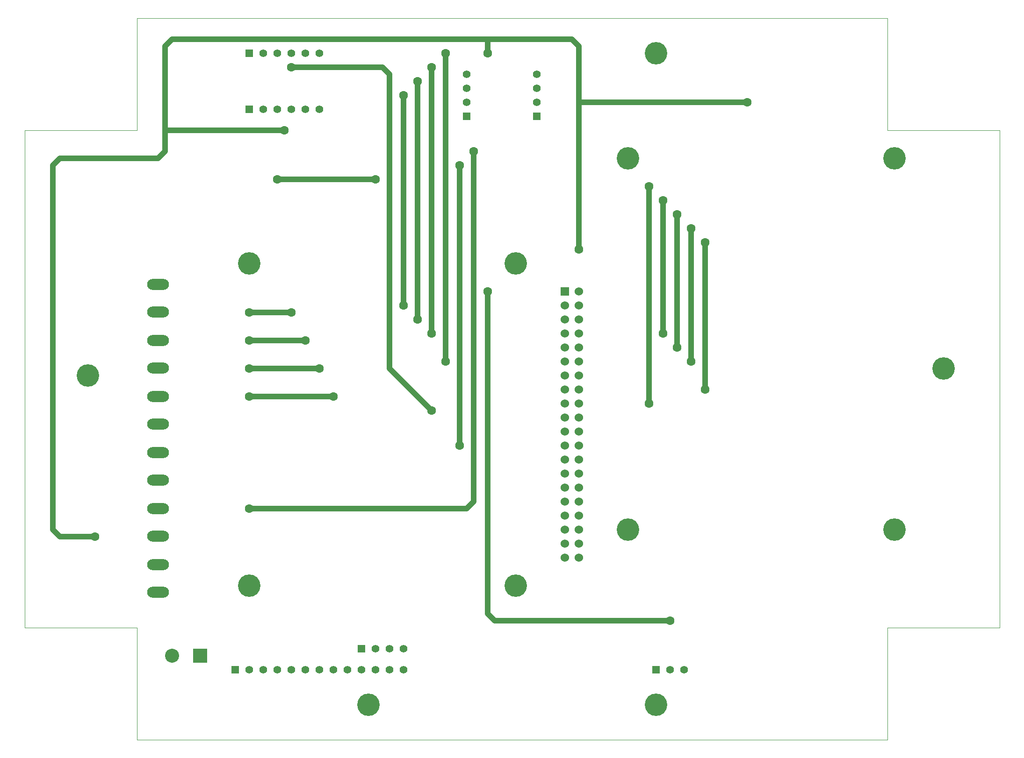
<source format=gbr>
G04 #@! TF.FileFunction,Copper,L1,Top*
%FSLAX46Y46*%
G04 Gerber Fmt 4.6, Leading zero omitted, Abs format (unit mm)*
G04 Created by KiCad (PCBNEW 4.0.5+dfsg1-4+deb9u1) date Tue Sep 27 18:47:41 2022*
%MOMM*%
%LPD*%
G01*
G04 APERTURE LIST*
%ADD10C,0.100000*%
%ADD11R,1.524000X1.524000*%
%ADD12C,1.524000*%
%ADD13O,3.962400X1.981200*%
%ADD14R,1.397000X1.397000*%
%ADD15C,1.397000*%
%ADD16C,4.064000*%
%ADD17R,2.540000X2.540000*%
%ADD18C,2.540000*%
%ADD19C,1.600000*%
%ADD20C,1.000000*%
G04 APERTURE END LIST*
D10*
X213360000Y-163830000D02*
X77470000Y-163830000D01*
X213360000Y-143510000D02*
X213360000Y-163830000D01*
X233680000Y-143510000D02*
X213360000Y-143510000D01*
X233680000Y-53340000D02*
X233680000Y-143510000D01*
X213360000Y-53340000D02*
X233680000Y-53340000D01*
X213360000Y-33020000D02*
X213360000Y-53340000D01*
X77470000Y-33020000D02*
X213360000Y-33020000D01*
X77470000Y-53340000D02*
X77470000Y-33020000D01*
X57150000Y-53340000D02*
X77470000Y-53340000D01*
X57150000Y-143510000D02*
X57150000Y-53340000D01*
X77470000Y-143510000D02*
X57150000Y-143510000D01*
X77470000Y-163830000D02*
X77470000Y-143510000D01*
X139700000Y-163830000D02*
X207010000Y-163830000D01*
X139700000Y-163830000D02*
X78740000Y-163830000D01*
D11*
X154940000Y-82550000D03*
D12*
X157480000Y-82550000D03*
X154940000Y-95250000D03*
X157480000Y-85090000D03*
X154940000Y-97790000D03*
X157480000Y-87630000D03*
X154940000Y-100330000D03*
X157480000Y-90170000D03*
X154940000Y-102870000D03*
X157480000Y-92710000D03*
X154940000Y-105410000D03*
X157480000Y-95250000D03*
X154940000Y-107950000D03*
X157480000Y-97790000D03*
X154940000Y-110490000D03*
X157480000Y-100330000D03*
X154940000Y-113030000D03*
X157480000Y-102870000D03*
X154940000Y-115570000D03*
X157480000Y-105410000D03*
X154940000Y-118110000D03*
X157480000Y-107950000D03*
X154940000Y-120650000D03*
X157480000Y-110490000D03*
X157480000Y-113030000D03*
X154940000Y-123190000D03*
X157480000Y-115570000D03*
X157480000Y-120650000D03*
X157480000Y-123190000D03*
X157480000Y-125730000D03*
X157480000Y-128270000D03*
X154940000Y-125730000D03*
X154940000Y-128270000D03*
X154940000Y-85090000D03*
X154940000Y-87630000D03*
X154940000Y-90170000D03*
X154940000Y-92710000D03*
X154940000Y-130810000D03*
X157480000Y-130810000D03*
X157480000Y-118110000D03*
D13*
X81280000Y-132105400D03*
X81280000Y-137109200D03*
X81280000Y-121945400D03*
X81280000Y-126949200D03*
X81280000Y-111785400D03*
X81280000Y-116789200D03*
X81280000Y-101625400D03*
X81280000Y-106629200D03*
D14*
X95250000Y-151130000D03*
D15*
X97790000Y-151130000D03*
X100330000Y-151130000D03*
X102870000Y-151130000D03*
X105410000Y-151130000D03*
X107950000Y-151130000D03*
X110490000Y-151130000D03*
X113030000Y-151130000D03*
X115570000Y-151130000D03*
X118110000Y-151130000D03*
X120650000Y-151130000D03*
X123190000Y-151130000D03*
X125730000Y-151130000D03*
D16*
X97790000Y-135890000D03*
X146050000Y-135890000D03*
X97790000Y-77470000D03*
X146050000Y-77470000D03*
X166370000Y-58420000D03*
X214630000Y-58420000D03*
X166370000Y-125730000D03*
X214630000Y-125730000D03*
D13*
X81280000Y-81305400D03*
X81280000Y-86309200D03*
X81280000Y-91465400D03*
X81280000Y-96469200D03*
D14*
X137160000Y-50800000D03*
D15*
X137160000Y-48260000D03*
X137160000Y-45720000D03*
X137160000Y-43180000D03*
D14*
X149860000Y-50800000D03*
D15*
X149860000Y-48260000D03*
X149860000Y-45720000D03*
X149860000Y-43180000D03*
D14*
X97790000Y-39370000D03*
D15*
X100330000Y-39370000D03*
X102870000Y-39370000D03*
X105410000Y-39370000D03*
X107950000Y-39370000D03*
X110490000Y-39370000D03*
D14*
X97790000Y-49530000D03*
D15*
X100330000Y-49530000D03*
X102870000Y-49530000D03*
X105410000Y-49530000D03*
X107950000Y-49530000D03*
X110490000Y-49530000D03*
D16*
X68580000Y-97790000D03*
X171450000Y-39370000D03*
X223520000Y-96520000D03*
X119380000Y-157480000D03*
X171450000Y-157480000D03*
D17*
X88900000Y-148590000D03*
D18*
X83820000Y-148590000D03*
D14*
X118110000Y-147320000D03*
D15*
X120650000Y-147320000D03*
X123190000Y-147320000D03*
X125730000Y-147320000D03*
D14*
X171450000Y-151130000D03*
D15*
X173990000Y-151130000D03*
X176530000Y-151130000D03*
D19*
X140970000Y-39370000D03*
X187960000Y-48260000D03*
X173990000Y-142240000D03*
X140970000Y-82550000D03*
X130810000Y-104140000D03*
X105410000Y-41910000D03*
X104140000Y-53340000D03*
X69850000Y-127000000D03*
X157480000Y-74930000D03*
X135890000Y-59690000D03*
X135890000Y-110490000D03*
X138430000Y-57150000D03*
X97790000Y-121920000D03*
X133350000Y-95250000D03*
X133350000Y-39370000D03*
X130810000Y-41910000D03*
X130810000Y-90170000D03*
X128270000Y-87630000D03*
X128270000Y-44450000D03*
X125730000Y-46990000D03*
X125730000Y-85090000D03*
X113030000Y-101600000D03*
X97790000Y-101600000D03*
X110490000Y-96520000D03*
X97790000Y-96520000D03*
X107950000Y-91440000D03*
X97790000Y-91440000D03*
X105410000Y-86360000D03*
X97790000Y-86360000D03*
X180340000Y-100330000D03*
X180340000Y-73660000D03*
X177800000Y-71120000D03*
X177800000Y-95250000D03*
X175260000Y-92710000D03*
X175260000Y-68580000D03*
X172720000Y-66040000D03*
X172720000Y-90170000D03*
X170180000Y-63500000D03*
X120650000Y-62230000D03*
X102870000Y-62230000D03*
X170180000Y-102870000D03*
D20*
X140970000Y-39370000D02*
X140970000Y-36830000D01*
X187960000Y-48260000D02*
X157480000Y-48260000D01*
X142240000Y-142240000D02*
X173990000Y-142240000D01*
X140970000Y-140970000D02*
X142240000Y-142240000D01*
X140970000Y-82550000D02*
X140970000Y-140970000D01*
X130810000Y-104140000D02*
X123190000Y-96520000D01*
X123190000Y-96520000D02*
X123190000Y-49530000D01*
X123190000Y-43180000D02*
X123190000Y-49530000D01*
X121920000Y-41910000D02*
X123190000Y-43180000D01*
X105410000Y-41910000D02*
X121920000Y-41910000D01*
X104140000Y-53340000D02*
X82550000Y-53340000D01*
X63500000Y-127000000D02*
X69850000Y-127000000D01*
X62230000Y-125730000D02*
X63500000Y-127000000D01*
X62230000Y-59690000D02*
X62230000Y-125730000D01*
X63500000Y-58420000D02*
X62230000Y-59690000D01*
X81280000Y-58420000D02*
X63500000Y-58420000D01*
X82550000Y-57150000D02*
X81280000Y-58420000D01*
X82550000Y-38100000D02*
X82550000Y-53340000D01*
X82550000Y-53340000D02*
X82550000Y-57150000D01*
X83820000Y-36830000D02*
X82550000Y-38100000D01*
X156210000Y-36830000D02*
X140970000Y-36830000D01*
X140970000Y-36830000D02*
X83820000Y-36830000D01*
X157480000Y-38100000D02*
X156210000Y-36830000D01*
X157480000Y-74930000D02*
X157480000Y-48260000D01*
X157480000Y-48260000D02*
X157480000Y-38100000D01*
X135890000Y-59690000D02*
X135890000Y-78740000D01*
X135890000Y-78740000D02*
X135890000Y-102870000D01*
X135890000Y-102870000D02*
X135890000Y-110490000D01*
X137160000Y-121920000D02*
X138430000Y-120650000D01*
X138430000Y-120650000D02*
X138430000Y-57150000D01*
X97790000Y-121920000D02*
X137160000Y-121920000D01*
X133350000Y-74930000D02*
X133350000Y-95250000D01*
X133350000Y-54610000D02*
X133350000Y-74930000D01*
X133350000Y-39370000D02*
X133350000Y-54610000D01*
X130810000Y-58420000D02*
X130810000Y-41910000D01*
X130810000Y-78740000D02*
X130810000Y-58420000D01*
X130810000Y-90170000D02*
X130810000Y-78740000D01*
X128270000Y-74930000D02*
X128270000Y-87630000D01*
X128270000Y-44450000D02*
X128270000Y-74930000D01*
X125730000Y-59690000D02*
X125730000Y-46990000D01*
X125730000Y-85090000D02*
X125730000Y-59690000D01*
X97790000Y-101600000D02*
X113030000Y-101600000D01*
X97790000Y-96520000D02*
X110490000Y-96520000D01*
X97790000Y-91440000D02*
X107950000Y-91440000D01*
X97790000Y-86360000D02*
X105410000Y-86360000D01*
X180340000Y-96520000D02*
X180340000Y-100330000D01*
X180340000Y-73660000D02*
X180340000Y-96520000D01*
X177800000Y-78740000D02*
X177800000Y-71120000D01*
X177800000Y-95250000D02*
X177800000Y-78740000D01*
X175260000Y-68580000D02*
X175260000Y-92710000D01*
X172720000Y-78740000D02*
X172720000Y-66040000D01*
X172720000Y-90170000D02*
X172720000Y-78740000D01*
X102870000Y-62230000D02*
X120650000Y-62230000D01*
X170180000Y-63500000D02*
X170180000Y-102870000D01*
M02*

</source>
